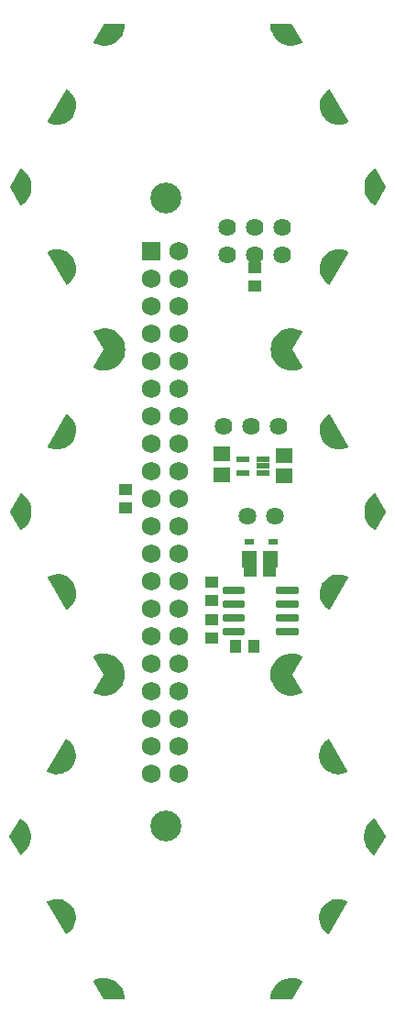
<source format=gbr>
G04 EAGLE Gerber RS-274X export*
G75*
%MOMM*%
%FSLAX34Y34*%
%LPD*%
%INSoldermask Bottom*%
%IPPOS*%
%AMOC8*
5,1,8,0,0,1.08239X$1,22.5*%
G01*
%ADD10C,2.851600*%
%ADD11R,1.751600X1.751600*%
%ADD12C,1.751600*%
%ADD13R,1.201600X1.101600*%
%ADD14C,0.248975*%
%ADD15R,1.101600X1.201600*%
%ADD16C,1.101600*%
%ADD17R,1.601600X1.401600*%
%ADD18R,1.301600X0.501600*%
%ADD19C,1.625600*%
%ADD20C,1.631600*%
%ADD21R,1.401600X1.601600*%
%ADD22R,0.901600X0.601600*%

G36*
X87369Y130967D02*
X87369Y130967D01*
X87416Y130965D01*
X90454Y131330D01*
X90486Y131341D01*
X90532Y131346D01*
X93472Y132194D01*
X93502Y132210D01*
X93548Y132222D01*
X96314Y133531D01*
X96336Y133548D01*
X96363Y133558D01*
X96415Y133607D01*
X96473Y133650D01*
X96487Y133675D01*
X96508Y133694D01*
X96537Y133760D01*
X96573Y133822D01*
X96576Y133850D01*
X96588Y133876D01*
X96589Y133948D01*
X96598Y134019D01*
X96590Y134046D01*
X96591Y134075D01*
X96555Y134170D01*
X96544Y134210D01*
X96537Y134219D01*
X96533Y134231D01*
X87176Y150482D01*
X96533Y166733D01*
X96542Y166760D01*
X96558Y166784D01*
X96573Y166854D01*
X96596Y166922D01*
X96593Y166950D01*
X96599Y166978D01*
X96586Y167049D01*
X96580Y167120D01*
X96567Y167145D01*
X96561Y167173D01*
X96521Y167233D01*
X96488Y167296D01*
X96466Y167314D01*
X96450Y167338D01*
X96367Y167396D01*
X96335Y167423D01*
X96324Y167426D01*
X96314Y167433D01*
X93548Y168742D01*
X93515Y168750D01*
X93472Y168770D01*
X90532Y169618D01*
X90498Y169621D01*
X90454Y169634D01*
X87416Y169999D01*
X87382Y169996D01*
X87335Y170002D01*
X84278Y169875D01*
X84245Y169867D01*
X84198Y169866D01*
X81201Y169250D01*
X81170Y169237D01*
X81124Y169228D01*
X78264Y168139D01*
X78236Y168121D01*
X78192Y168105D01*
X75544Y166571D01*
X75518Y166549D01*
X75478Y166526D01*
X73110Y164588D01*
X73088Y164561D01*
X73052Y164532D01*
X71025Y162239D01*
X71009Y162210D01*
X70977Y162175D01*
X69345Y159587D01*
X69333Y159555D01*
X69308Y159516D01*
X68112Y156699D01*
X68105Y156666D01*
X68102Y156659D01*
X68098Y156653D01*
X68097Y156647D01*
X68086Y156623D01*
X67358Y153651D01*
X67356Y153617D01*
X67345Y153572D01*
X67102Y150522D01*
X67106Y150493D01*
X67101Y150465D01*
X67103Y150455D01*
X67102Y150442D01*
X67345Y147392D01*
X67354Y147360D01*
X67358Y147313D01*
X68086Y144341D01*
X68101Y144310D01*
X68112Y144265D01*
X69308Y141448D01*
X69327Y141420D01*
X69345Y141377D01*
X70977Y138789D01*
X71001Y138765D01*
X71025Y138725D01*
X73052Y136432D01*
X73079Y136412D01*
X73110Y136376D01*
X75478Y134438D01*
X75508Y134422D01*
X75544Y134393D01*
X78192Y132860D01*
X78224Y132849D01*
X78264Y132825D01*
X81124Y131737D01*
X81157Y131731D01*
X81201Y131714D01*
X84198Y131098D01*
X84232Y131098D01*
X84278Y131089D01*
X87335Y130962D01*
X87369Y130967D01*
G37*
G36*
X87115Y-169261D02*
X87115Y-169261D01*
X87162Y-169263D01*
X90200Y-168898D01*
X90232Y-168887D01*
X90278Y-168882D01*
X93218Y-168034D01*
X93248Y-168018D01*
X93294Y-168006D01*
X96060Y-166697D01*
X96082Y-166680D01*
X96109Y-166670D01*
X96161Y-166621D01*
X96219Y-166578D01*
X96233Y-166553D01*
X96254Y-166534D01*
X96283Y-166468D01*
X96319Y-166406D01*
X96322Y-166378D01*
X96334Y-166352D01*
X96335Y-166280D01*
X96344Y-166209D01*
X96336Y-166182D01*
X96337Y-166153D01*
X96301Y-166058D01*
X96290Y-166018D01*
X96283Y-166009D01*
X96279Y-165997D01*
X86922Y-149746D01*
X96279Y-133495D01*
X96288Y-133468D01*
X96304Y-133444D01*
X96319Y-133374D01*
X96342Y-133306D01*
X96339Y-133278D01*
X96345Y-133250D01*
X96332Y-133180D01*
X96326Y-133108D01*
X96313Y-133083D01*
X96307Y-133055D01*
X96267Y-132995D01*
X96234Y-132932D01*
X96212Y-132914D01*
X96196Y-132890D01*
X96113Y-132832D01*
X96081Y-132805D01*
X96070Y-132802D01*
X96060Y-132795D01*
X93294Y-131486D01*
X93261Y-131478D01*
X93218Y-131458D01*
X90278Y-130610D01*
X90244Y-130607D01*
X90200Y-130594D01*
X87162Y-130229D01*
X87128Y-130232D01*
X87081Y-130226D01*
X84024Y-130353D01*
X83991Y-130361D01*
X83944Y-130362D01*
X80947Y-130978D01*
X80916Y-130991D01*
X80870Y-131001D01*
X78010Y-132089D01*
X77982Y-132107D01*
X77938Y-132124D01*
X75290Y-133657D01*
X75264Y-133679D01*
X75224Y-133702D01*
X72856Y-135640D01*
X72834Y-135667D01*
X72798Y-135696D01*
X70771Y-137989D01*
X70755Y-138018D01*
X70723Y-138053D01*
X69091Y-140641D01*
X69079Y-140673D01*
X69054Y-140712D01*
X67858Y-143529D01*
X67851Y-143562D01*
X67848Y-143569D01*
X67844Y-143575D01*
X67843Y-143581D01*
X67832Y-143605D01*
X67104Y-146577D01*
X67102Y-146611D01*
X67091Y-146656D01*
X66848Y-149706D01*
X66852Y-149735D01*
X66847Y-149763D01*
X66849Y-149773D01*
X66848Y-149786D01*
X67091Y-152836D01*
X67100Y-152868D01*
X67104Y-152915D01*
X67832Y-155887D01*
X67847Y-155918D01*
X67858Y-155963D01*
X69054Y-158780D01*
X69073Y-158808D01*
X69091Y-158851D01*
X70723Y-161439D01*
X70747Y-161463D01*
X70771Y-161503D01*
X72798Y-163796D01*
X72825Y-163816D01*
X72856Y-163852D01*
X75224Y-165790D01*
X75254Y-165806D01*
X75290Y-165835D01*
X77938Y-167369D01*
X77970Y-167379D01*
X78010Y-167403D01*
X80870Y-168492D01*
X80903Y-168497D01*
X80947Y-168514D01*
X83944Y-169130D01*
X83978Y-169130D01*
X84024Y-169139D01*
X87081Y-169266D01*
X87115Y-169261D01*
G37*
G36*
X-84278Y131089D02*
X-84278Y131089D01*
X-84245Y131097D01*
X-84198Y131098D01*
X-81201Y131714D01*
X-81170Y131727D01*
X-81124Y131737D01*
X-78264Y132825D01*
X-78236Y132843D01*
X-78192Y132860D01*
X-75544Y134393D01*
X-75518Y134415D01*
X-75478Y134438D01*
X-73110Y136376D01*
X-73088Y136403D01*
X-73052Y136432D01*
X-71025Y138725D01*
X-71009Y138754D01*
X-70977Y138789D01*
X-69345Y141377D01*
X-69333Y141409D01*
X-69308Y141448D01*
X-68112Y144265D01*
X-68105Y144298D01*
X-68086Y144341D01*
X-67358Y147313D01*
X-67356Y147347D01*
X-67345Y147392D01*
X-67102Y150442D01*
X-67106Y150471D01*
X-67101Y150499D01*
X-67103Y150509D01*
X-67102Y150522D01*
X-67345Y153572D01*
X-67354Y153604D01*
X-67358Y153651D01*
X-68086Y156623D01*
X-68101Y156654D01*
X-68112Y156699D01*
X-69308Y159516D01*
X-69327Y159544D01*
X-69345Y159587D01*
X-70977Y162175D01*
X-71001Y162199D01*
X-71025Y162239D01*
X-73052Y164532D01*
X-73079Y164552D01*
X-73110Y164588D01*
X-75478Y166526D01*
X-75508Y166542D01*
X-75544Y166571D01*
X-78192Y168105D01*
X-78224Y168115D01*
X-78264Y168139D01*
X-81124Y169228D01*
X-81157Y169233D01*
X-81201Y169250D01*
X-84198Y169866D01*
X-84232Y169866D01*
X-84278Y169875D01*
X-87335Y170002D01*
X-87369Y169997D01*
X-87416Y169999D01*
X-90454Y169634D01*
X-90486Y169623D01*
X-90532Y169618D01*
X-93472Y168770D01*
X-93502Y168754D01*
X-93548Y168742D01*
X-96314Y167433D01*
X-96336Y167416D01*
X-96363Y167406D01*
X-96415Y167357D01*
X-96473Y167314D01*
X-96487Y167289D01*
X-96508Y167270D01*
X-96537Y167204D01*
X-96573Y167142D01*
X-96576Y167114D01*
X-96588Y167088D01*
X-96589Y167016D01*
X-96598Y166945D01*
X-96590Y166918D01*
X-96591Y166889D01*
X-96555Y166794D01*
X-96544Y166754D01*
X-96537Y166745D01*
X-96533Y166733D01*
X-87176Y150482D01*
X-96533Y134231D01*
X-96542Y134204D01*
X-96558Y134180D01*
X-96573Y134110D01*
X-96596Y134042D01*
X-96593Y134014D01*
X-96599Y133986D01*
X-96586Y133916D01*
X-96580Y133844D01*
X-96567Y133819D01*
X-96561Y133791D01*
X-96521Y133731D01*
X-96488Y133668D01*
X-96466Y133650D01*
X-96450Y133626D01*
X-96367Y133568D01*
X-96335Y133541D01*
X-96324Y133538D01*
X-96314Y133531D01*
X-93548Y132222D01*
X-93515Y132214D01*
X-93472Y132194D01*
X-90532Y131346D01*
X-90498Y131343D01*
X-90454Y131330D01*
X-87416Y130965D01*
X-87382Y130968D01*
X-87335Y130962D01*
X-84278Y131089D01*
G37*
G36*
X-84532Y-169139D02*
X-84532Y-169139D01*
X-84499Y-169131D01*
X-84452Y-169130D01*
X-81455Y-168514D01*
X-81424Y-168501D01*
X-81378Y-168492D01*
X-78518Y-167403D01*
X-78490Y-167385D01*
X-78446Y-167369D01*
X-75798Y-165835D01*
X-75772Y-165813D01*
X-75732Y-165790D01*
X-73364Y-163852D01*
X-73342Y-163825D01*
X-73306Y-163796D01*
X-71279Y-161503D01*
X-71263Y-161474D01*
X-71231Y-161439D01*
X-69599Y-158851D01*
X-69587Y-158819D01*
X-69562Y-158780D01*
X-68366Y-155963D01*
X-68359Y-155930D01*
X-68340Y-155887D01*
X-67612Y-152915D01*
X-67610Y-152881D01*
X-67599Y-152836D01*
X-67356Y-149786D01*
X-67360Y-149757D01*
X-67355Y-149729D01*
X-67357Y-149719D01*
X-67356Y-149706D01*
X-67599Y-146656D01*
X-67608Y-146624D01*
X-67612Y-146577D01*
X-68340Y-143605D01*
X-68355Y-143574D01*
X-68366Y-143529D01*
X-69562Y-140712D01*
X-69581Y-140684D01*
X-69599Y-140641D01*
X-71231Y-138053D01*
X-71255Y-138029D01*
X-71279Y-137989D01*
X-73306Y-135696D01*
X-73333Y-135676D01*
X-73364Y-135640D01*
X-75732Y-133702D01*
X-75762Y-133686D01*
X-75798Y-133657D01*
X-78446Y-132124D01*
X-78478Y-132113D01*
X-78518Y-132089D01*
X-81378Y-131001D01*
X-81411Y-130995D01*
X-81455Y-130978D01*
X-84452Y-130362D01*
X-84486Y-130362D01*
X-84532Y-130353D01*
X-87589Y-130226D01*
X-87623Y-130231D01*
X-87670Y-130229D01*
X-90708Y-130594D01*
X-90740Y-130605D01*
X-90786Y-130610D01*
X-93726Y-131458D01*
X-93756Y-131474D01*
X-93802Y-131486D01*
X-96568Y-132795D01*
X-96590Y-132812D01*
X-96617Y-132822D01*
X-96669Y-132871D01*
X-96727Y-132914D01*
X-96741Y-132939D01*
X-96762Y-132958D01*
X-96791Y-133024D01*
X-96827Y-133086D01*
X-96830Y-133114D01*
X-96842Y-133140D01*
X-96843Y-133212D01*
X-96852Y-133283D01*
X-96844Y-133310D01*
X-96845Y-133339D01*
X-96809Y-133434D01*
X-96798Y-133474D01*
X-96791Y-133483D01*
X-96787Y-133495D01*
X-87430Y-149746D01*
X-96787Y-165997D01*
X-96796Y-166024D01*
X-96812Y-166048D01*
X-96827Y-166118D01*
X-96850Y-166186D01*
X-96847Y-166214D01*
X-96853Y-166242D01*
X-96840Y-166313D01*
X-96834Y-166384D01*
X-96821Y-166409D01*
X-96815Y-166437D01*
X-96775Y-166497D01*
X-96742Y-166560D01*
X-96720Y-166578D01*
X-96704Y-166602D01*
X-96621Y-166660D01*
X-96589Y-166687D01*
X-96578Y-166690D01*
X-96568Y-166697D01*
X-93802Y-168006D01*
X-93769Y-168014D01*
X-93726Y-168034D01*
X-90786Y-168882D01*
X-90752Y-168885D01*
X-90708Y-168898D01*
X-87670Y-169263D01*
X-87636Y-169260D01*
X-87589Y-169266D01*
X-84532Y-169139D01*
G37*
G36*
X-121393Y210292D02*
X-121393Y210292D01*
X-121322Y210289D01*
X-121295Y210299D01*
X-121266Y210301D01*
X-121176Y210343D01*
X-121136Y210358D01*
X-121128Y210366D01*
X-121115Y210372D01*
X-118812Y211971D01*
X-118788Y211997D01*
X-118748Y212024D01*
X-116739Y213981D01*
X-116720Y214010D01*
X-116685Y214043D01*
X-115026Y216304D01*
X-115011Y216335D01*
X-114982Y216374D01*
X-113718Y218877D01*
X-113709Y218911D01*
X-113687Y218954D01*
X-112851Y221631D01*
X-112848Y221665D01*
X-112833Y221711D01*
X-112450Y224490D01*
X-112452Y224524D01*
X-112446Y224572D01*
X-112525Y227375D01*
X-112533Y227409D01*
X-112534Y227457D01*
X-113073Y230209D01*
X-113087Y230241D01*
X-113096Y230289D01*
X-114081Y232914D01*
X-114096Y232939D01*
X-114101Y232959D01*
X-114109Y232970D01*
X-114116Y232989D01*
X-115520Y235417D01*
X-115543Y235443D01*
X-115567Y235485D01*
X-117351Y237648D01*
X-117378Y237670D01*
X-117409Y237707D01*
X-119525Y239548D01*
X-119555Y239565D01*
X-119591Y239597D01*
X-121982Y241064D01*
X-122014Y241075D01*
X-122055Y241101D01*
X-124654Y242154D01*
X-124688Y242161D01*
X-124733Y242179D01*
X-127470Y242790D01*
X-127505Y242791D01*
X-127552Y242802D01*
X-130352Y242954D01*
X-130386Y242949D01*
X-130434Y242952D01*
X-133222Y242642D01*
X-133255Y242631D01*
X-133303Y242626D01*
X-136001Y241861D01*
X-136031Y241845D01*
X-136078Y241832D01*
X-138613Y240633D01*
X-138637Y240616D01*
X-138664Y240606D01*
X-138716Y240557D01*
X-138773Y240514D01*
X-138787Y240489D01*
X-138809Y240469D01*
X-138837Y240404D01*
X-138873Y240343D01*
X-138876Y240314D01*
X-138888Y240287D01*
X-138889Y240216D01*
X-138898Y240145D01*
X-138890Y240117D01*
X-138890Y240088D01*
X-138856Y239995D01*
X-138844Y239954D01*
X-138837Y239945D01*
X-138832Y239932D01*
X-121832Y210532D01*
X-121813Y210510D01*
X-121800Y210484D01*
X-121747Y210436D01*
X-121700Y210383D01*
X-121674Y210371D01*
X-121652Y210351D01*
X-121585Y210328D01*
X-121521Y210298D01*
X-121492Y210296D01*
X-121464Y210287D01*
X-121393Y210292D01*
G37*
G36*
X-121393Y-89682D02*
X-121393Y-89682D01*
X-121322Y-89685D01*
X-121295Y-89675D01*
X-121266Y-89673D01*
X-121176Y-89631D01*
X-121136Y-89616D01*
X-121128Y-89608D01*
X-121115Y-89602D01*
X-118812Y-88003D01*
X-118788Y-87978D01*
X-118748Y-87950D01*
X-116739Y-85993D01*
X-116720Y-85964D01*
X-116685Y-85931D01*
X-115026Y-83670D01*
X-115011Y-83639D01*
X-114982Y-83600D01*
X-113718Y-81097D01*
X-113709Y-81063D01*
X-113687Y-81020D01*
X-112851Y-78343D01*
X-112848Y-78309D01*
X-112833Y-78263D01*
X-112450Y-75484D01*
X-112452Y-75450D01*
X-112446Y-75402D01*
X-112525Y-72599D01*
X-112533Y-72565D01*
X-112534Y-72517D01*
X-113073Y-69765D01*
X-113087Y-69733D01*
X-113096Y-69685D01*
X-114081Y-67060D01*
X-114096Y-67035D01*
X-114101Y-67015D01*
X-114109Y-67005D01*
X-114116Y-66985D01*
X-115520Y-64557D01*
X-115543Y-64531D01*
X-115567Y-64490D01*
X-117351Y-62326D01*
X-117378Y-62304D01*
X-117409Y-62267D01*
X-119525Y-60426D01*
X-119555Y-60409D01*
X-119591Y-60378D01*
X-121982Y-58910D01*
X-122014Y-58899D01*
X-122055Y-58873D01*
X-124654Y-57820D01*
X-124688Y-57813D01*
X-124733Y-57795D01*
X-127470Y-57184D01*
X-127505Y-57183D01*
X-127552Y-57172D01*
X-130352Y-57020D01*
X-130386Y-57025D01*
X-130434Y-57022D01*
X-133222Y-57332D01*
X-133255Y-57343D01*
X-133303Y-57348D01*
X-136001Y-58113D01*
X-136031Y-58129D01*
X-136078Y-58142D01*
X-138613Y-59341D01*
X-138637Y-59358D01*
X-138664Y-59368D01*
X-138716Y-59417D01*
X-138773Y-59460D01*
X-138787Y-59485D01*
X-138809Y-59505D01*
X-138837Y-59570D01*
X-138873Y-59632D01*
X-138876Y-59660D01*
X-138888Y-59687D01*
X-138889Y-59758D01*
X-138898Y-59829D01*
X-138890Y-59857D01*
X-138890Y-59886D01*
X-138856Y-59979D01*
X-138844Y-60020D01*
X-138837Y-60029D01*
X-138832Y-60042D01*
X-121832Y-89442D01*
X-121813Y-89464D01*
X-121800Y-89490D01*
X-121747Y-89538D01*
X-121700Y-89591D01*
X-121674Y-89603D01*
X-121652Y-89623D01*
X-121585Y-89646D01*
X-121521Y-89676D01*
X-121492Y-89678D01*
X-121464Y-89687D01*
X-121393Y-89682D01*
G37*
G36*
X-121901Y-389656D02*
X-121901Y-389656D01*
X-121830Y-389659D01*
X-121803Y-389649D01*
X-121774Y-389647D01*
X-121684Y-389605D01*
X-121644Y-389590D01*
X-121636Y-389582D01*
X-121623Y-389576D01*
X-119320Y-387977D01*
X-119296Y-387952D01*
X-119256Y-387924D01*
X-117247Y-385967D01*
X-117228Y-385938D01*
X-117193Y-385905D01*
X-115534Y-383644D01*
X-115519Y-383613D01*
X-115490Y-383574D01*
X-114226Y-381071D01*
X-114217Y-381037D01*
X-114195Y-380994D01*
X-113359Y-378317D01*
X-113356Y-378283D01*
X-113341Y-378237D01*
X-112958Y-375458D01*
X-112960Y-375424D01*
X-112954Y-375376D01*
X-113033Y-372573D01*
X-113041Y-372539D01*
X-113042Y-372491D01*
X-113581Y-369739D01*
X-113595Y-369707D01*
X-113604Y-369659D01*
X-114589Y-367034D01*
X-114604Y-367009D01*
X-114609Y-366989D01*
X-114617Y-366979D01*
X-114624Y-366959D01*
X-116028Y-364531D01*
X-116051Y-364505D01*
X-116075Y-364464D01*
X-117859Y-362300D01*
X-117886Y-362278D01*
X-117917Y-362241D01*
X-120033Y-360400D01*
X-120063Y-360383D01*
X-120099Y-360352D01*
X-122490Y-358884D01*
X-122522Y-358873D01*
X-122563Y-358847D01*
X-125162Y-357794D01*
X-125196Y-357787D01*
X-125241Y-357769D01*
X-127978Y-357158D01*
X-128013Y-357157D01*
X-128060Y-357146D01*
X-130860Y-356994D01*
X-130894Y-356999D01*
X-130942Y-356996D01*
X-133730Y-357306D01*
X-133763Y-357317D01*
X-133811Y-357322D01*
X-136509Y-358087D01*
X-136539Y-358103D01*
X-136586Y-358116D01*
X-139121Y-359315D01*
X-139145Y-359332D01*
X-139172Y-359342D01*
X-139224Y-359391D01*
X-139281Y-359434D01*
X-139295Y-359459D01*
X-139317Y-359479D01*
X-139345Y-359544D01*
X-139381Y-359606D01*
X-139384Y-359634D01*
X-139396Y-359661D01*
X-139397Y-359732D01*
X-139406Y-359803D01*
X-139398Y-359831D01*
X-139398Y-359860D01*
X-139364Y-359953D01*
X-139352Y-359994D01*
X-139345Y-360003D01*
X-139340Y-360016D01*
X-122340Y-389416D01*
X-122321Y-389438D01*
X-122308Y-389464D01*
X-122255Y-389512D01*
X-122208Y-389565D01*
X-122182Y-389577D01*
X-122160Y-389597D01*
X-122093Y-389620D01*
X-122029Y-389650D01*
X-122000Y-389652D01*
X-121972Y-389661D01*
X-121901Y-389656D01*
G37*
G36*
X130386Y358015D02*
X130386Y358015D01*
X130434Y358012D01*
X133222Y358322D01*
X133255Y358333D01*
X133303Y358338D01*
X136001Y359103D01*
X136031Y359119D01*
X136078Y359132D01*
X138613Y360331D01*
X138637Y360348D01*
X138664Y360358D01*
X138716Y360407D01*
X138773Y360450D01*
X138787Y360475D01*
X138809Y360495D01*
X138837Y360560D01*
X138873Y360622D01*
X138876Y360650D01*
X138888Y360677D01*
X138889Y360748D01*
X138898Y360819D01*
X138890Y360847D01*
X138890Y360876D01*
X138856Y360969D01*
X138844Y361010D01*
X138837Y361019D01*
X138832Y361032D01*
X121832Y390432D01*
X121813Y390454D01*
X121800Y390480D01*
X121747Y390528D01*
X121700Y390581D01*
X121674Y390593D01*
X121652Y390613D01*
X121585Y390636D01*
X121521Y390666D01*
X121492Y390668D01*
X121464Y390677D01*
X121393Y390672D01*
X121322Y390675D01*
X121295Y390665D01*
X121266Y390663D01*
X121176Y390621D01*
X121136Y390606D01*
X121128Y390598D01*
X121115Y390592D01*
X118812Y388993D01*
X118788Y388968D01*
X118748Y388940D01*
X116739Y386983D01*
X116720Y386954D01*
X116685Y386921D01*
X115026Y384660D01*
X115011Y384629D01*
X114982Y384590D01*
X113718Y382087D01*
X113709Y382053D01*
X113687Y382010D01*
X112851Y379333D01*
X112848Y379299D01*
X112833Y379253D01*
X112450Y376474D01*
X112452Y376440D01*
X112446Y376392D01*
X112525Y373589D01*
X112533Y373555D01*
X112534Y373507D01*
X113073Y370755D01*
X113087Y370723D01*
X113096Y370675D01*
X114081Y368050D01*
X114099Y368020D01*
X114116Y367975D01*
X115520Y365547D01*
X115543Y365521D01*
X115567Y365480D01*
X117351Y363316D01*
X117378Y363294D01*
X117409Y363257D01*
X119525Y361416D01*
X119555Y361399D01*
X119591Y361368D01*
X121982Y359900D01*
X122014Y359889D01*
X122055Y359863D01*
X124654Y358810D01*
X124688Y358803D01*
X124733Y358785D01*
X127470Y358174D01*
X127505Y358173D01*
X127552Y358162D01*
X130352Y358010D01*
X130386Y358015D01*
G37*
G36*
X130386Y58015D02*
X130386Y58015D01*
X130434Y58012D01*
X133222Y58322D01*
X133255Y58333D01*
X133303Y58338D01*
X136001Y59103D01*
X136031Y59119D01*
X136078Y59132D01*
X138613Y60331D01*
X138637Y60348D01*
X138664Y60358D01*
X138716Y60407D01*
X138773Y60450D01*
X138787Y60475D01*
X138809Y60495D01*
X138837Y60560D01*
X138873Y60622D01*
X138876Y60650D01*
X138888Y60677D01*
X138889Y60748D01*
X138898Y60819D01*
X138890Y60847D01*
X138890Y60876D01*
X138856Y60969D01*
X138844Y61010D01*
X138837Y61019D01*
X138832Y61032D01*
X121832Y90432D01*
X121813Y90454D01*
X121800Y90480D01*
X121747Y90528D01*
X121700Y90581D01*
X121674Y90593D01*
X121652Y90613D01*
X121585Y90636D01*
X121521Y90666D01*
X121492Y90668D01*
X121464Y90677D01*
X121393Y90672D01*
X121322Y90675D01*
X121295Y90665D01*
X121266Y90663D01*
X121176Y90621D01*
X121136Y90606D01*
X121128Y90598D01*
X121115Y90592D01*
X118812Y88993D01*
X118788Y88968D01*
X118748Y88940D01*
X116739Y86983D01*
X116720Y86954D01*
X116685Y86921D01*
X115026Y84660D01*
X115011Y84629D01*
X114982Y84590D01*
X113718Y82087D01*
X113709Y82053D01*
X113687Y82010D01*
X112851Y79333D01*
X112848Y79299D01*
X112833Y79253D01*
X112450Y76474D01*
X112452Y76440D01*
X112446Y76392D01*
X112525Y73589D01*
X112533Y73555D01*
X112534Y73507D01*
X113073Y70755D01*
X113087Y70723D01*
X113096Y70675D01*
X114081Y68050D01*
X114099Y68020D01*
X114116Y67975D01*
X115520Y65547D01*
X115543Y65521D01*
X115567Y65480D01*
X117351Y63316D01*
X117378Y63294D01*
X117409Y63257D01*
X119525Y61416D01*
X119555Y61399D01*
X119591Y61368D01*
X121982Y59900D01*
X122014Y59889D01*
X122055Y59863D01*
X124654Y58810D01*
X124688Y58803D01*
X124733Y58785D01*
X127470Y58174D01*
X127505Y58173D01*
X127552Y58162D01*
X130352Y58010D01*
X130386Y58015D01*
G37*
G36*
X129878Y-241933D02*
X129878Y-241933D01*
X129926Y-241936D01*
X132714Y-241626D01*
X132747Y-241615D01*
X132795Y-241610D01*
X135493Y-240845D01*
X135523Y-240829D01*
X135570Y-240816D01*
X138105Y-239617D01*
X138129Y-239600D01*
X138156Y-239590D01*
X138208Y-239541D01*
X138265Y-239498D01*
X138279Y-239473D01*
X138301Y-239453D01*
X138329Y-239388D01*
X138365Y-239327D01*
X138368Y-239298D01*
X138380Y-239271D01*
X138381Y-239200D01*
X138390Y-239129D01*
X138382Y-239101D01*
X138382Y-239072D01*
X138348Y-238979D01*
X138336Y-238938D01*
X138329Y-238929D01*
X138324Y-238916D01*
X121324Y-209516D01*
X121305Y-209494D01*
X121292Y-209468D01*
X121239Y-209420D01*
X121192Y-209367D01*
X121166Y-209355D01*
X121144Y-209335D01*
X121077Y-209312D01*
X121013Y-209282D01*
X120984Y-209280D01*
X120956Y-209271D01*
X120885Y-209276D01*
X120814Y-209273D01*
X120787Y-209283D01*
X120758Y-209285D01*
X120668Y-209327D01*
X120628Y-209342D01*
X120620Y-209350D01*
X120607Y-209356D01*
X118304Y-210955D01*
X118280Y-210981D01*
X118240Y-211008D01*
X116231Y-212965D01*
X116212Y-212994D01*
X116177Y-213027D01*
X114518Y-215288D01*
X114503Y-215319D01*
X114474Y-215358D01*
X113210Y-217861D01*
X113201Y-217895D01*
X113179Y-217938D01*
X112343Y-220615D01*
X112340Y-220649D01*
X112325Y-220695D01*
X111942Y-223474D01*
X111944Y-223508D01*
X111938Y-223556D01*
X112017Y-226359D01*
X112025Y-226393D01*
X112026Y-226441D01*
X112565Y-229193D01*
X112579Y-229225D01*
X112588Y-229273D01*
X113573Y-231898D01*
X113591Y-231928D01*
X113608Y-231973D01*
X115012Y-234401D01*
X115035Y-234427D01*
X115059Y-234469D01*
X116843Y-236632D01*
X116870Y-236654D01*
X116901Y-236691D01*
X119017Y-238532D01*
X119047Y-238549D01*
X119083Y-238581D01*
X121474Y-240048D01*
X121506Y-240059D01*
X121547Y-240085D01*
X124146Y-241138D01*
X124180Y-241145D01*
X124225Y-241163D01*
X126962Y-241774D01*
X126997Y-241775D01*
X127044Y-241786D01*
X129844Y-241938D01*
X129878Y-241933D01*
G37*
G36*
X120918Y-389655D02*
X120918Y-389655D01*
X120989Y-389656D01*
X121016Y-389645D01*
X121045Y-389641D01*
X121107Y-389607D01*
X121172Y-389579D01*
X121193Y-389558D01*
X121218Y-389544D01*
X121281Y-389468D01*
X121311Y-389437D01*
X121315Y-389427D01*
X121324Y-389416D01*
X138324Y-360016D01*
X138333Y-359988D01*
X138350Y-359964D01*
X138365Y-359895D01*
X138387Y-359827D01*
X138385Y-359798D01*
X138391Y-359770D01*
X138378Y-359700D01*
X138372Y-359629D01*
X138359Y-359603D01*
X138353Y-359575D01*
X138313Y-359516D01*
X138281Y-359453D01*
X138258Y-359434D01*
X138242Y-359410D01*
X138160Y-359353D01*
X138127Y-359326D01*
X138117Y-359323D01*
X138105Y-359315D01*
X135570Y-358116D01*
X135536Y-358108D01*
X135493Y-358087D01*
X132795Y-357322D01*
X132760Y-357320D01*
X132714Y-357306D01*
X129926Y-356996D01*
X129892Y-356999D01*
X129844Y-356994D01*
X127044Y-357146D01*
X127010Y-357155D01*
X126962Y-357158D01*
X124225Y-357769D01*
X124193Y-357783D01*
X124146Y-357794D01*
X121547Y-358847D01*
X121518Y-358866D01*
X121474Y-358884D01*
X119083Y-360352D01*
X119058Y-360375D01*
X119017Y-360400D01*
X116901Y-362241D01*
X116880Y-362268D01*
X116843Y-362300D01*
X115059Y-364464D01*
X115043Y-364494D01*
X115012Y-364531D01*
X113608Y-366959D01*
X113597Y-366992D01*
X113590Y-367004D01*
X113580Y-367019D01*
X113580Y-367022D01*
X113573Y-367034D01*
X112588Y-369659D01*
X112582Y-369694D01*
X112565Y-369739D01*
X112026Y-372491D01*
X112026Y-372526D01*
X112017Y-372573D01*
X111938Y-375376D01*
X111944Y-375410D01*
X111942Y-375458D01*
X112325Y-378237D01*
X112337Y-378269D01*
X112343Y-378317D01*
X113179Y-380994D01*
X113196Y-381025D01*
X113210Y-381071D01*
X114474Y-383574D01*
X114496Y-383601D01*
X114518Y-383644D01*
X116177Y-385905D01*
X116203Y-385928D01*
X116231Y-385967D01*
X118240Y-387924D01*
X118269Y-387943D01*
X118304Y-387977D01*
X120607Y-389576D01*
X120634Y-389588D01*
X120657Y-389606D01*
X120725Y-389627D01*
X120790Y-389655D01*
X120819Y-389655D01*
X120847Y-389663D01*
X120918Y-389655D01*
G37*
G36*
X121426Y210293D02*
X121426Y210293D01*
X121497Y210292D01*
X121524Y210303D01*
X121553Y210307D01*
X121615Y210341D01*
X121680Y210369D01*
X121701Y210390D01*
X121726Y210404D01*
X121789Y210480D01*
X121819Y210511D01*
X121823Y210521D01*
X121832Y210532D01*
X138832Y239932D01*
X138841Y239960D01*
X138858Y239984D01*
X138873Y240053D01*
X138895Y240121D01*
X138893Y240150D01*
X138899Y240178D01*
X138886Y240248D01*
X138880Y240319D01*
X138867Y240345D01*
X138861Y240373D01*
X138821Y240432D01*
X138789Y240495D01*
X138766Y240514D01*
X138750Y240538D01*
X138668Y240595D01*
X138635Y240622D01*
X138625Y240625D01*
X138613Y240633D01*
X136078Y241832D01*
X136044Y241840D01*
X136001Y241861D01*
X133303Y242626D01*
X133268Y242628D01*
X133222Y242642D01*
X130434Y242952D01*
X130400Y242949D01*
X130352Y242954D01*
X127552Y242802D01*
X127518Y242793D01*
X127470Y242790D01*
X124733Y242179D01*
X124701Y242165D01*
X124654Y242154D01*
X122055Y241101D01*
X122026Y241082D01*
X121982Y241064D01*
X119591Y239597D01*
X119566Y239573D01*
X119525Y239548D01*
X117409Y237707D01*
X117388Y237680D01*
X117351Y237648D01*
X115567Y235485D01*
X115551Y235454D01*
X115520Y235417D01*
X114116Y232989D01*
X114105Y232956D01*
X114098Y232943D01*
X114088Y232929D01*
X114088Y232926D01*
X114081Y232914D01*
X113096Y230289D01*
X113090Y230254D01*
X113073Y230209D01*
X112534Y227457D01*
X112534Y227423D01*
X112525Y227375D01*
X112446Y224572D01*
X112452Y224538D01*
X112450Y224490D01*
X112833Y221711D01*
X112845Y221679D01*
X112851Y221631D01*
X113687Y218954D01*
X113704Y218923D01*
X113718Y218877D01*
X114982Y216374D01*
X115004Y216347D01*
X115026Y216304D01*
X116685Y214043D01*
X116711Y214020D01*
X116739Y213981D01*
X118748Y212024D01*
X118777Y212005D01*
X118812Y211971D01*
X121115Y210372D01*
X121142Y210360D01*
X121165Y210342D01*
X121233Y210321D01*
X121298Y210293D01*
X121327Y210293D01*
X121355Y210285D01*
X121426Y210293D01*
G37*
G36*
X121426Y-89935D02*
X121426Y-89935D01*
X121497Y-89936D01*
X121524Y-89925D01*
X121553Y-89921D01*
X121615Y-89887D01*
X121680Y-89859D01*
X121701Y-89838D01*
X121726Y-89824D01*
X121789Y-89748D01*
X121819Y-89717D01*
X121823Y-89707D01*
X121832Y-89696D01*
X138832Y-60296D01*
X138841Y-60268D01*
X138858Y-60244D01*
X138873Y-60175D01*
X138895Y-60107D01*
X138893Y-60078D01*
X138899Y-60050D01*
X138886Y-59980D01*
X138880Y-59909D01*
X138867Y-59883D01*
X138861Y-59855D01*
X138821Y-59796D01*
X138789Y-59733D01*
X138766Y-59714D01*
X138750Y-59690D01*
X138668Y-59633D01*
X138635Y-59606D01*
X138625Y-59603D01*
X138613Y-59595D01*
X136078Y-58396D01*
X136044Y-58388D01*
X136001Y-58367D01*
X133303Y-57602D01*
X133268Y-57600D01*
X133222Y-57586D01*
X130434Y-57276D01*
X130400Y-57279D01*
X130352Y-57274D01*
X127552Y-57426D01*
X127518Y-57435D01*
X127470Y-57438D01*
X124733Y-58049D01*
X124701Y-58063D01*
X124654Y-58074D01*
X122055Y-59127D01*
X122026Y-59146D01*
X121982Y-59164D01*
X119591Y-60632D01*
X119566Y-60655D01*
X119525Y-60680D01*
X117409Y-62521D01*
X117388Y-62548D01*
X117351Y-62580D01*
X115567Y-64744D01*
X115551Y-64774D01*
X115520Y-64811D01*
X114116Y-67239D01*
X114105Y-67272D01*
X114098Y-67285D01*
X114088Y-67299D01*
X114088Y-67302D01*
X114081Y-67314D01*
X113096Y-69939D01*
X113090Y-69974D01*
X113073Y-70019D01*
X112534Y-72771D01*
X112534Y-72806D01*
X112525Y-72853D01*
X112446Y-75656D01*
X112452Y-75690D01*
X112450Y-75738D01*
X112833Y-78517D01*
X112845Y-78549D01*
X112851Y-78597D01*
X113687Y-81274D01*
X113704Y-81305D01*
X113718Y-81351D01*
X114982Y-83854D01*
X115004Y-83881D01*
X115026Y-83924D01*
X116685Y-86185D01*
X116711Y-86208D01*
X116739Y-86247D01*
X118748Y-88204D01*
X118777Y-88223D01*
X118812Y-88257D01*
X121115Y-89856D01*
X121142Y-89868D01*
X121165Y-89886D01*
X121233Y-89907D01*
X121298Y-89935D01*
X121327Y-89935D01*
X121355Y-89943D01*
X121426Y-89935D01*
G37*
G36*
X-127552Y358162D02*
X-127552Y358162D01*
X-127518Y358171D01*
X-127470Y358174D01*
X-124733Y358785D01*
X-124701Y358799D01*
X-124654Y358810D01*
X-122055Y359863D01*
X-122026Y359882D01*
X-121982Y359900D01*
X-119591Y361368D01*
X-119566Y361391D01*
X-119525Y361416D01*
X-117409Y363257D01*
X-117388Y363284D01*
X-117351Y363316D01*
X-115567Y365480D01*
X-115551Y365510D01*
X-115520Y365547D01*
X-114116Y367975D01*
X-114105Y368008D01*
X-114081Y368050D01*
X-113096Y370675D01*
X-113090Y370710D01*
X-113073Y370755D01*
X-112534Y373507D01*
X-112534Y373542D01*
X-112525Y373589D01*
X-112446Y376392D01*
X-112452Y376426D01*
X-112450Y376474D01*
X-112833Y379253D01*
X-112845Y379285D01*
X-112851Y379333D01*
X-113687Y382010D01*
X-113704Y382041D01*
X-113718Y382087D01*
X-114982Y384590D01*
X-115004Y384617D01*
X-115026Y384660D01*
X-116685Y386921D01*
X-116711Y386944D01*
X-116739Y386983D01*
X-118748Y388940D01*
X-118777Y388959D01*
X-118812Y388993D01*
X-121115Y390592D01*
X-121142Y390604D01*
X-121165Y390622D01*
X-121233Y390643D01*
X-121298Y390671D01*
X-121327Y390671D01*
X-121355Y390679D01*
X-121426Y390671D01*
X-121497Y390672D01*
X-121524Y390661D01*
X-121553Y390657D01*
X-121615Y390623D01*
X-121680Y390595D01*
X-121701Y390574D01*
X-121726Y390560D01*
X-121789Y390484D01*
X-121819Y390453D01*
X-121823Y390443D01*
X-121832Y390432D01*
X-138832Y361032D01*
X-138841Y361004D01*
X-138858Y360980D01*
X-138873Y360911D01*
X-138895Y360843D01*
X-138893Y360814D01*
X-138899Y360786D01*
X-138886Y360716D01*
X-138880Y360645D01*
X-138867Y360619D01*
X-138861Y360591D01*
X-138821Y360532D01*
X-138789Y360469D01*
X-138766Y360450D01*
X-138750Y360426D01*
X-138668Y360369D01*
X-138635Y360342D01*
X-138625Y360339D01*
X-138613Y360331D01*
X-136078Y359132D01*
X-136044Y359124D01*
X-136001Y359103D01*
X-133303Y358338D01*
X-133268Y358336D01*
X-133222Y358322D01*
X-130434Y358012D01*
X-130400Y358015D01*
X-130352Y358010D01*
X-127552Y358162D01*
G37*
G36*
X-127552Y58162D02*
X-127552Y58162D01*
X-127518Y58171D01*
X-127470Y58174D01*
X-124733Y58785D01*
X-124701Y58799D01*
X-124654Y58810D01*
X-122055Y59863D01*
X-122026Y59882D01*
X-121982Y59900D01*
X-119591Y61368D01*
X-119566Y61391D01*
X-119525Y61416D01*
X-117409Y63257D01*
X-117388Y63284D01*
X-117351Y63316D01*
X-115567Y65480D01*
X-115551Y65510D01*
X-115520Y65547D01*
X-114116Y67975D01*
X-114105Y68008D01*
X-114081Y68050D01*
X-113096Y70675D01*
X-113090Y70710D01*
X-113073Y70755D01*
X-112534Y73507D01*
X-112534Y73542D01*
X-112525Y73589D01*
X-112446Y76392D01*
X-112452Y76426D01*
X-112450Y76474D01*
X-112833Y79253D01*
X-112845Y79285D01*
X-112851Y79333D01*
X-113687Y82010D01*
X-113704Y82041D01*
X-113718Y82087D01*
X-114982Y84590D01*
X-115004Y84617D01*
X-115026Y84660D01*
X-116685Y86921D01*
X-116711Y86944D01*
X-116739Y86983D01*
X-118748Y88940D01*
X-118777Y88959D01*
X-118812Y88993D01*
X-121115Y90592D01*
X-121142Y90604D01*
X-121165Y90622D01*
X-121233Y90643D01*
X-121298Y90671D01*
X-121327Y90671D01*
X-121355Y90679D01*
X-121426Y90671D01*
X-121497Y90672D01*
X-121524Y90661D01*
X-121553Y90657D01*
X-121615Y90623D01*
X-121680Y90595D01*
X-121701Y90574D01*
X-121726Y90560D01*
X-121789Y90484D01*
X-121819Y90453D01*
X-121823Y90443D01*
X-121832Y90432D01*
X-138832Y61032D01*
X-138841Y61004D01*
X-138858Y60980D01*
X-138873Y60911D01*
X-138895Y60843D01*
X-138893Y60814D01*
X-138899Y60786D01*
X-138886Y60716D01*
X-138880Y60645D01*
X-138867Y60619D01*
X-138861Y60591D01*
X-138821Y60532D01*
X-138789Y60469D01*
X-138766Y60450D01*
X-138750Y60426D01*
X-138668Y60369D01*
X-138635Y60342D01*
X-138625Y60339D01*
X-138613Y60331D01*
X-136078Y59132D01*
X-136044Y59124D01*
X-136001Y59103D01*
X-133303Y58338D01*
X-133268Y58336D01*
X-133222Y58322D01*
X-130434Y58012D01*
X-130400Y58015D01*
X-130352Y58010D01*
X-127552Y58162D01*
G37*
G36*
X-128060Y-241786D02*
X-128060Y-241786D01*
X-128026Y-241777D01*
X-127978Y-241774D01*
X-125241Y-241163D01*
X-125209Y-241149D01*
X-125162Y-241138D01*
X-122563Y-240085D01*
X-122534Y-240066D01*
X-122490Y-240048D01*
X-120099Y-238581D01*
X-120074Y-238557D01*
X-120033Y-238532D01*
X-117917Y-236691D01*
X-117896Y-236664D01*
X-117859Y-236632D01*
X-116075Y-234469D01*
X-116059Y-234438D01*
X-116028Y-234401D01*
X-114624Y-231973D01*
X-114613Y-231940D01*
X-114589Y-231898D01*
X-113604Y-229273D01*
X-113598Y-229238D01*
X-113581Y-229193D01*
X-113042Y-226441D01*
X-113042Y-226407D01*
X-113033Y-226359D01*
X-112954Y-223556D01*
X-112960Y-223522D01*
X-112958Y-223474D01*
X-113341Y-220695D01*
X-113353Y-220663D01*
X-113359Y-220615D01*
X-114195Y-217938D01*
X-114212Y-217907D01*
X-114226Y-217861D01*
X-115490Y-215358D01*
X-115512Y-215331D01*
X-115534Y-215288D01*
X-117193Y-213027D01*
X-117219Y-213004D01*
X-117247Y-212965D01*
X-119256Y-211008D01*
X-119285Y-210989D01*
X-119320Y-210955D01*
X-121623Y-209356D01*
X-121650Y-209344D01*
X-121673Y-209326D01*
X-121741Y-209305D01*
X-121806Y-209277D01*
X-121835Y-209277D01*
X-121863Y-209269D01*
X-121934Y-209277D01*
X-122005Y-209276D01*
X-122032Y-209287D01*
X-122061Y-209291D01*
X-122123Y-209325D01*
X-122188Y-209353D01*
X-122209Y-209374D01*
X-122234Y-209388D01*
X-122297Y-209464D01*
X-122327Y-209495D01*
X-122331Y-209505D01*
X-122340Y-209516D01*
X-139340Y-238916D01*
X-139349Y-238944D01*
X-139366Y-238968D01*
X-139381Y-239037D01*
X-139403Y-239105D01*
X-139401Y-239134D01*
X-139407Y-239162D01*
X-139394Y-239232D01*
X-139388Y-239303D01*
X-139375Y-239329D01*
X-139369Y-239357D01*
X-139329Y-239416D01*
X-139297Y-239479D01*
X-139274Y-239498D01*
X-139258Y-239522D01*
X-139176Y-239579D01*
X-139143Y-239606D01*
X-139133Y-239609D01*
X-139121Y-239617D01*
X-136586Y-240816D01*
X-136552Y-240824D01*
X-136509Y-240845D01*
X-133811Y-241610D01*
X-133776Y-241612D01*
X-133730Y-241626D01*
X-130942Y-241936D01*
X-130908Y-241933D01*
X-130860Y-241938D01*
X-128060Y-241786D01*
G37*
G36*
X163219Y-316455D02*
X163219Y-316455D01*
X163290Y-316456D01*
X163317Y-316444D01*
X163346Y-316441D01*
X163408Y-316406D01*
X163473Y-316378D01*
X163494Y-316358D01*
X163519Y-316343D01*
X163582Y-316266D01*
X163612Y-316236D01*
X163616Y-316226D01*
X163625Y-316215D01*
X173125Y-299715D01*
X173135Y-299683D01*
X173144Y-299670D01*
X173148Y-299646D01*
X173149Y-299642D01*
X173180Y-299572D01*
X173180Y-299548D01*
X173188Y-299526D01*
X173182Y-299450D01*
X173183Y-299373D01*
X173173Y-299349D01*
X173172Y-299328D01*
X173151Y-299289D01*
X173125Y-299217D01*
X163625Y-282717D01*
X163606Y-282695D01*
X163593Y-282669D01*
X163540Y-282621D01*
X163493Y-282568D01*
X163467Y-282555D01*
X163446Y-282536D01*
X163378Y-282513D01*
X163314Y-282482D01*
X163285Y-282481D01*
X163258Y-282471D01*
X163186Y-282476D01*
X163115Y-282473D01*
X163088Y-282483D01*
X163059Y-282485D01*
X162969Y-282527D01*
X162929Y-282542D01*
X162921Y-282549D01*
X162908Y-282555D01*
X160385Y-284297D01*
X160361Y-284321D01*
X160323Y-284348D01*
X158111Y-286472D01*
X158092Y-286500D01*
X158058Y-286532D01*
X156216Y-288983D01*
X156202Y-289014D01*
X156173Y-289051D01*
X154748Y-291766D01*
X154739Y-291797D01*
X154723Y-291822D01*
X154722Y-291831D01*
X154717Y-291840D01*
X153746Y-294748D01*
X153742Y-294782D01*
X153727Y-294826D01*
X153235Y-297853D01*
X153236Y-297887D01*
X153228Y-297933D01*
X153228Y-300999D01*
X153229Y-301003D01*
X153229Y-301005D01*
X153235Y-301032D01*
X153235Y-301079D01*
X153727Y-304106D01*
X153739Y-304137D01*
X153746Y-304184D01*
X154717Y-307092D01*
X154734Y-307122D01*
X154748Y-307166D01*
X156173Y-309881D01*
X156195Y-309907D01*
X156216Y-309949D01*
X158058Y-312400D01*
X158083Y-312423D01*
X158111Y-312460D01*
X160323Y-314584D01*
X160351Y-314602D01*
X160385Y-314635D01*
X162908Y-316377D01*
X162935Y-316388D01*
X162957Y-316407D01*
X163026Y-316427D01*
X163091Y-316455D01*
X163120Y-316455D01*
X163148Y-316463D01*
X163219Y-316455D01*
G37*
G36*
X163727Y283493D02*
X163727Y283493D01*
X163798Y283493D01*
X163825Y283504D01*
X163854Y283507D01*
X163916Y283542D01*
X163981Y283570D01*
X164002Y283590D01*
X164027Y283605D01*
X164090Y283682D01*
X164120Y283712D01*
X164124Y283722D01*
X164133Y283733D01*
X173633Y300233D01*
X173643Y300265D01*
X173652Y300278D01*
X173656Y300302D01*
X173657Y300306D01*
X173688Y300376D01*
X173688Y300400D01*
X173696Y300422D01*
X173690Y300498D01*
X173691Y300575D01*
X173681Y300599D01*
X173680Y300620D01*
X173659Y300659D01*
X173633Y300731D01*
X164133Y317231D01*
X164114Y317253D01*
X164101Y317279D01*
X164048Y317327D01*
X164001Y317380D01*
X163975Y317393D01*
X163954Y317412D01*
X163886Y317435D01*
X163822Y317466D01*
X163793Y317468D01*
X163766Y317477D01*
X163694Y317472D01*
X163623Y317475D01*
X163596Y317465D01*
X163567Y317463D01*
X163477Y317421D01*
X163437Y317406D01*
X163429Y317399D01*
X163416Y317393D01*
X160893Y315651D01*
X160869Y315627D01*
X160831Y315600D01*
X158619Y313476D01*
X158600Y313448D01*
X158566Y313416D01*
X156724Y310965D01*
X156710Y310934D01*
X156681Y310897D01*
X155256Y308182D01*
X155247Y308151D01*
X155231Y308126D01*
X155230Y308118D01*
X155225Y308108D01*
X154254Y305200D01*
X154250Y305166D01*
X154235Y305122D01*
X153743Y302095D01*
X153744Y302061D01*
X153736Y302015D01*
X153736Y298949D01*
X153737Y298945D01*
X153737Y298943D01*
X153743Y298916D01*
X153743Y298869D01*
X154235Y295842D01*
X154247Y295811D01*
X154254Y295764D01*
X155225Y292856D01*
X155242Y292827D01*
X155256Y292782D01*
X156681Y290067D01*
X156703Y290041D01*
X156724Y289999D01*
X158566Y287548D01*
X158591Y287525D01*
X158619Y287488D01*
X160831Y285364D01*
X160859Y285346D01*
X160893Y285313D01*
X163416Y283571D01*
X163443Y283560D01*
X163465Y283541D01*
X163534Y283521D01*
X163599Y283493D01*
X163628Y283493D01*
X163656Y283485D01*
X163727Y283493D01*
G37*
G36*
X163727Y-16507D02*
X163727Y-16507D01*
X163798Y-16508D01*
X163825Y-16496D01*
X163854Y-16493D01*
X163916Y-16458D01*
X163981Y-16430D01*
X164002Y-16410D01*
X164027Y-16395D01*
X164090Y-16318D01*
X164120Y-16288D01*
X164124Y-16278D01*
X164133Y-16267D01*
X173633Y233D01*
X173643Y265D01*
X173652Y278D01*
X173656Y302D01*
X173657Y306D01*
X173688Y376D01*
X173688Y400D01*
X173696Y422D01*
X173690Y498D01*
X173691Y575D01*
X173681Y599D01*
X173680Y620D01*
X173659Y659D01*
X173633Y731D01*
X164133Y17231D01*
X164114Y17253D01*
X164101Y17279D01*
X164048Y17327D01*
X164001Y17380D01*
X163975Y17393D01*
X163954Y17412D01*
X163886Y17435D01*
X163822Y17466D01*
X163793Y17468D01*
X163766Y17477D01*
X163694Y17472D01*
X163623Y17475D01*
X163596Y17465D01*
X163567Y17463D01*
X163477Y17421D01*
X163437Y17406D01*
X163429Y17399D01*
X163416Y17393D01*
X160893Y15651D01*
X160869Y15627D01*
X160831Y15600D01*
X158619Y13476D01*
X158600Y13448D01*
X158566Y13416D01*
X156724Y10965D01*
X156710Y10934D01*
X156681Y10897D01*
X155256Y8182D01*
X155247Y8151D01*
X155231Y8126D01*
X155230Y8118D01*
X155225Y8108D01*
X154254Y5200D01*
X154250Y5166D01*
X154235Y5122D01*
X153743Y2095D01*
X153744Y2061D01*
X153736Y2015D01*
X153736Y-1051D01*
X153737Y-1055D01*
X153737Y-1057D01*
X153743Y-1084D01*
X153743Y-1131D01*
X154235Y-4158D01*
X154247Y-4189D01*
X154254Y-4236D01*
X155225Y-7144D01*
X155242Y-7174D01*
X155256Y-7218D01*
X156681Y-9933D01*
X156703Y-9959D01*
X156724Y-10001D01*
X158566Y-12452D01*
X158591Y-12475D01*
X158619Y-12512D01*
X160831Y-14636D01*
X160859Y-14654D01*
X160893Y-14687D01*
X163416Y-16429D01*
X163443Y-16440D01*
X163465Y-16459D01*
X163534Y-16479D01*
X163599Y-16507D01*
X163628Y-16507D01*
X163656Y-16515D01*
X163727Y-16507D01*
G37*
G36*
X-164202Y-316456D02*
X-164202Y-316456D01*
X-164131Y-316459D01*
X-164104Y-316449D01*
X-164075Y-316447D01*
X-163985Y-316405D01*
X-163945Y-316390D01*
X-163937Y-316383D01*
X-163924Y-316377D01*
X-161401Y-314635D01*
X-161377Y-314611D01*
X-161339Y-314584D01*
X-159127Y-312460D01*
X-159108Y-312432D01*
X-159074Y-312400D01*
X-157232Y-309949D01*
X-157218Y-309918D01*
X-157189Y-309881D01*
X-155764Y-307166D01*
X-155755Y-307133D01*
X-155733Y-307092D01*
X-154762Y-304184D01*
X-154758Y-304150D01*
X-154743Y-304106D01*
X-154251Y-301079D01*
X-154252Y-301045D01*
X-154244Y-300999D01*
X-154244Y-297933D01*
X-154251Y-297900D01*
X-154251Y-297853D01*
X-154743Y-294826D01*
X-154755Y-294795D01*
X-154762Y-294748D01*
X-155733Y-291840D01*
X-155746Y-291817D01*
X-155752Y-291792D01*
X-155759Y-291783D01*
X-155764Y-291766D01*
X-157189Y-289051D01*
X-157211Y-289025D01*
X-157232Y-288983D01*
X-159074Y-286532D01*
X-159099Y-286509D01*
X-159127Y-286472D01*
X-161339Y-284348D01*
X-161367Y-284330D01*
X-161401Y-284297D01*
X-163924Y-282555D01*
X-163951Y-282544D01*
X-163973Y-282525D01*
X-164042Y-282505D01*
X-164107Y-282477D01*
X-164136Y-282477D01*
X-164164Y-282469D01*
X-164235Y-282477D01*
X-164306Y-282477D01*
X-164333Y-282488D01*
X-164362Y-282491D01*
X-164424Y-282526D01*
X-164489Y-282554D01*
X-164510Y-282574D01*
X-164535Y-282589D01*
X-164598Y-282666D01*
X-164628Y-282696D01*
X-164632Y-282706D01*
X-164641Y-282717D01*
X-174141Y-299217D01*
X-174165Y-299290D01*
X-174196Y-299360D01*
X-174196Y-299384D01*
X-174204Y-299406D01*
X-174198Y-299482D01*
X-174199Y-299559D01*
X-174189Y-299583D01*
X-174188Y-299604D01*
X-174167Y-299643D01*
X-174148Y-299695D01*
X-174147Y-299701D01*
X-174145Y-299703D01*
X-174141Y-299715D01*
X-164641Y-316215D01*
X-164622Y-316237D01*
X-164609Y-316263D01*
X-164556Y-316311D01*
X-164509Y-316364D01*
X-164483Y-316377D01*
X-164462Y-316396D01*
X-164394Y-316419D01*
X-164330Y-316450D01*
X-164301Y-316452D01*
X-164274Y-316461D01*
X-164202Y-316456D01*
G37*
G36*
X-163694Y283492D02*
X-163694Y283492D01*
X-163623Y283489D01*
X-163596Y283499D01*
X-163567Y283501D01*
X-163477Y283543D01*
X-163437Y283558D01*
X-163429Y283565D01*
X-163416Y283571D01*
X-160893Y285313D01*
X-160869Y285337D01*
X-160831Y285364D01*
X-158619Y287488D01*
X-158600Y287516D01*
X-158566Y287548D01*
X-156724Y289999D01*
X-156710Y290030D01*
X-156681Y290067D01*
X-155256Y292782D01*
X-155247Y292815D01*
X-155225Y292856D01*
X-154254Y295764D01*
X-154250Y295798D01*
X-154235Y295842D01*
X-153743Y298869D01*
X-153744Y298903D01*
X-153736Y298949D01*
X-153736Y302015D01*
X-153743Y302048D01*
X-153743Y302095D01*
X-154235Y305122D01*
X-154247Y305153D01*
X-154254Y305200D01*
X-155225Y308108D01*
X-155238Y308131D01*
X-155244Y308156D01*
X-155251Y308165D01*
X-155256Y308182D01*
X-156681Y310897D01*
X-156703Y310923D01*
X-156724Y310965D01*
X-158566Y313416D01*
X-158591Y313439D01*
X-158619Y313476D01*
X-160831Y315600D01*
X-160859Y315618D01*
X-160893Y315651D01*
X-163416Y317393D01*
X-163443Y317404D01*
X-163465Y317423D01*
X-163534Y317443D01*
X-163599Y317471D01*
X-163628Y317471D01*
X-163656Y317479D01*
X-163727Y317471D01*
X-163798Y317472D01*
X-163825Y317460D01*
X-163854Y317457D01*
X-163916Y317422D01*
X-163981Y317394D01*
X-164002Y317374D01*
X-164027Y317359D01*
X-164090Y317282D01*
X-164120Y317252D01*
X-164124Y317242D01*
X-164133Y317231D01*
X-173633Y300731D01*
X-173657Y300658D01*
X-173688Y300588D01*
X-173688Y300564D01*
X-173696Y300542D01*
X-173690Y300466D01*
X-173691Y300389D01*
X-173681Y300365D01*
X-173680Y300344D01*
X-173659Y300305D01*
X-173640Y300253D01*
X-173639Y300247D01*
X-173637Y300245D01*
X-173633Y300233D01*
X-164133Y283733D01*
X-164114Y283711D01*
X-164101Y283685D01*
X-164048Y283637D01*
X-164001Y283584D01*
X-163975Y283571D01*
X-163954Y283552D01*
X-163886Y283529D01*
X-163822Y283498D01*
X-163793Y283497D01*
X-163766Y283487D01*
X-163694Y283492D01*
G37*
G36*
X-163694Y-16508D02*
X-163694Y-16508D01*
X-163623Y-16511D01*
X-163596Y-16501D01*
X-163567Y-16499D01*
X-163477Y-16457D01*
X-163437Y-16442D01*
X-163429Y-16435D01*
X-163416Y-16429D01*
X-160893Y-14687D01*
X-160869Y-14663D01*
X-160831Y-14636D01*
X-158619Y-12512D01*
X-158600Y-12484D01*
X-158566Y-12452D01*
X-156724Y-10001D01*
X-156710Y-9970D01*
X-156681Y-9933D01*
X-155256Y-7218D01*
X-155247Y-7185D01*
X-155225Y-7144D01*
X-154254Y-4236D01*
X-154250Y-4202D01*
X-154235Y-4158D01*
X-153743Y-1131D01*
X-153744Y-1097D01*
X-153736Y-1051D01*
X-153736Y2015D01*
X-153743Y2048D01*
X-153743Y2095D01*
X-154235Y5122D01*
X-154247Y5153D01*
X-154254Y5200D01*
X-155225Y8108D01*
X-155238Y8131D01*
X-155244Y8156D01*
X-155251Y8165D01*
X-155256Y8182D01*
X-156681Y10897D01*
X-156703Y10923D01*
X-156724Y10965D01*
X-158566Y13416D01*
X-158591Y13439D01*
X-158619Y13476D01*
X-160831Y15600D01*
X-160859Y15618D01*
X-160893Y15651D01*
X-163416Y17393D01*
X-163443Y17404D01*
X-163465Y17423D01*
X-163534Y17443D01*
X-163599Y17471D01*
X-163628Y17471D01*
X-163656Y17479D01*
X-163727Y17471D01*
X-163798Y17472D01*
X-163825Y17460D01*
X-163854Y17457D01*
X-163916Y17422D01*
X-163981Y17394D01*
X-164002Y17374D01*
X-164027Y17359D01*
X-164090Y17282D01*
X-164120Y17252D01*
X-164124Y17242D01*
X-164133Y17231D01*
X-173633Y731D01*
X-173657Y658D01*
X-173688Y588D01*
X-173688Y564D01*
X-173696Y542D01*
X-173690Y466D01*
X-173691Y389D01*
X-173681Y365D01*
X-173680Y344D01*
X-173659Y305D01*
X-173640Y253D01*
X-173639Y247D01*
X-173637Y245D01*
X-173633Y233D01*
X-164133Y-16267D01*
X-164114Y-16289D01*
X-164101Y-16315D01*
X-164048Y-16363D01*
X-164001Y-16416D01*
X-163975Y-16429D01*
X-163954Y-16448D01*
X-163886Y-16471D01*
X-163822Y-16502D01*
X-163793Y-16504D01*
X-163766Y-16513D01*
X-163694Y-16508D01*
G37*
G36*
X86422Y-449976D02*
X86422Y-449976D01*
X86500Y-449967D01*
X86519Y-449956D01*
X86541Y-449952D01*
X86605Y-449908D01*
X86673Y-449869D01*
X86689Y-449850D01*
X86705Y-449839D01*
X86729Y-449801D01*
X86779Y-449741D01*
X96279Y-433241D01*
X96288Y-433214D01*
X96304Y-433190D01*
X96319Y-433120D01*
X96342Y-433052D01*
X96339Y-433024D01*
X96345Y-432996D01*
X96332Y-432926D01*
X96326Y-432854D01*
X96313Y-432829D01*
X96307Y-432801D01*
X96267Y-432741D01*
X96234Y-432678D01*
X96212Y-432660D01*
X96196Y-432636D01*
X96113Y-432578D01*
X96081Y-432551D01*
X96070Y-432548D01*
X96060Y-432541D01*
X93294Y-431232D01*
X93261Y-431224D01*
X93218Y-431204D01*
X90278Y-430356D01*
X90244Y-430353D01*
X90200Y-430340D01*
X87162Y-429975D01*
X87128Y-429978D01*
X87081Y-429972D01*
X84024Y-430099D01*
X83991Y-430107D01*
X83944Y-430108D01*
X80947Y-430724D01*
X80916Y-430737D01*
X80870Y-430747D01*
X78010Y-431835D01*
X77982Y-431853D01*
X77938Y-431870D01*
X75290Y-433403D01*
X75264Y-433425D01*
X75224Y-433448D01*
X72856Y-435386D01*
X72834Y-435413D01*
X72798Y-435442D01*
X70771Y-437735D01*
X70755Y-437764D01*
X70723Y-437799D01*
X69091Y-440387D01*
X69079Y-440419D01*
X69054Y-440458D01*
X67858Y-443275D01*
X67851Y-443308D01*
X67848Y-443315D01*
X67844Y-443321D01*
X67843Y-443327D01*
X67832Y-443351D01*
X67104Y-446323D01*
X67102Y-446357D01*
X67091Y-446402D01*
X66848Y-449452D01*
X66852Y-449481D01*
X66847Y-449509D01*
X66864Y-449578D01*
X66872Y-449650D01*
X66887Y-449674D01*
X66893Y-449702D01*
X66936Y-449760D01*
X66972Y-449822D01*
X66994Y-449839D01*
X67011Y-449862D01*
X67073Y-449899D01*
X67130Y-449942D01*
X67158Y-449949D01*
X67182Y-449964D01*
X67282Y-449980D01*
X67323Y-449991D01*
X67333Y-449989D01*
X67346Y-449991D01*
X86346Y-449991D01*
X86422Y-449976D01*
G37*
G36*
X87115Y430993D02*
X87115Y430993D01*
X87162Y430991D01*
X90200Y431356D01*
X90232Y431367D01*
X90278Y431372D01*
X93218Y432220D01*
X93248Y432236D01*
X93294Y432248D01*
X96060Y433557D01*
X96082Y433574D01*
X96109Y433584D01*
X96161Y433633D01*
X96219Y433676D01*
X96233Y433701D01*
X96254Y433720D01*
X96283Y433786D01*
X96319Y433848D01*
X96322Y433876D01*
X96334Y433902D01*
X96335Y433974D01*
X96344Y434045D01*
X96336Y434072D01*
X96337Y434101D01*
X96301Y434196D01*
X96290Y434236D01*
X96283Y434245D01*
X96279Y434257D01*
X86779Y450757D01*
X86727Y450816D01*
X86681Y450878D01*
X86662Y450889D01*
X86647Y450906D01*
X86577Y450940D01*
X86510Y450980D01*
X86486Y450984D01*
X86468Y450992D01*
X86423Y450994D01*
X86346Y451007D01*
X67346Y451007D01*
X67318Y451002D01*
X67290Y451004D01*
X67222Y450982D01*
X67151Y450968D01*
X67128Y450952D01*
X67101Y450943D01*
X67046Y450896D01*
X66987Y450855D01*
X66972Y450831D01*
X66951Y450813D01*
X66919Y450748D01*
X66880Y450688D01*
X66875Y450660D01*
X66863Y450634D01*
X66854Y450533D01*
X66847Y450491D01*
X66849Y450481D01*
X66848Y450468D01*
X67091Y447418D01*
X67100Y447386D01*
X67104Y447339D01*
X67832Y444367D01*
X67847Y444336D01*
X67858Y444291D01*
X69054Y441474D01*
X69073Y441446D01*
X69091Y441403D01*
X70723Y438815D01*
X70747Y438791D01*
X70771Y438751D01*
X72798Y436458D01*
X72825Y436438D01*
X72856Y436402D01*
X75224Y434464D01*
X75254Y434448D01*
X75290Y434419D01*
X77938Y432886D01*
X77970Y432875D01*
X78010Y432851D01*
X80870Y431763D01*
X80903Y431757D01*
X80947Y431740D01*
X83944Y431124D01*
X83978Y431124D01*
X84024Y431115D01*
X87081Y430988D01*
X87115Y430993D01*
G37*
G36*
X-67826Y-449986D02*
X-67826Y-449986D01*
X-67798Y-449988D01*
X-67730Y-449966D01*
X-67659Y-449952D01*
X-67636Y-449936D01*
X-67609Y-449927D01*
X-67554Y-449880D01*
X-67495Y-449839D01*
X-67480Y-449815D01*
X-67459Y-449797D01*
X-67427Y-449732D01*
X-67388Y-449672D01*
X-67383Y-449644D01*
X-67371Y-449618D01*
X-67362Y-449517D01*
X-67355Y-449475D01*
X-67357Y-449465D01*
X-67356Y-449452D01*
X-67599Y-446402D01*
X-67608Y-446370D01*
X-67612Y-446323D01*
X-68340Y-443351D01*
X-68355Y-443320D01*
X-68366Y-443275D01*
X-69562Y-440458D01*
X-69581Y-440430D01*
X-69599Y-440387D01*
X-71231Y-437799D01*
X-71255Y-437775D01*
X-71279Y-437735D01*
X-73306Y-435442D01*
X-73333Y-435422D01*
X-73364Y-435386D01*
X-75732Y-433448D01*
X-75762Y-433432D01*
X-75798Y-433403D01*
X-78446Y-431870D01*
X-78478Y-431859D01*
X-78518Y-431835D01*
X-81378Y-430747D01*
X-81411Y-430741D01*
X-81455Y-430724D01*
X-84452Y-430108D01*
X-84486Y-430108D01*
X-84532Y-430099D01*
X-87589Y-429972D01*
X-87623Y-429977D01*
X-87670Y-429975D01*
X-90708Y-430340D01*
X-90740Y-430351D01*
X-90786Y-430356D01*
X-93726Y-431204D01*
X-93756Y-431220D01*
X-93802Y-431232D01*
X-96568Y-432541D01*
X-96590Y-432558D01*
X-96617Y-432568D01*
X-96669Y-432617D01*
X-96727Y-432660D01*
X-96741Y-432685D01*
X-96762Y-432704D01*
X-96791Y-432770D01*
X-96827Y-432832D01*
X-96830Y-432860D01*
X-96842Y-432886D01*
X-96843Y-432958D01*
X-96852Y-433029D01*
X-96844Y-433056D01*
X-96845Y-433085D01*
X-96809Y-433180D01*
X-96798Y-433220D01*
X-96791Y-433229D01*
X-96787Y-433241D01*
X-87287Y-449741D01*
X-87235Y-449800D01*
X-87189Y-449862D01*
X-87170Y-449873D01*
X-87155Y-449890D01*
X-87085Y-449924D01*
X-87018Y-449964D01*
X-86994Y-449968D01*
X-86976Y-449976D01*
X-86931Y-449978D01*
X-86854Y-449991D01*
X-67854Y-449991D01*
X-67826Y-449986D01*
G37*
G36*
X-84532Y431115D02*
X-84532Y431115D01*
X-84499Y431123D01*
X-84452Y431124D01*
X-81455Y431740D01*
X-81424Y431753D01*
X-81378Y431763D01*
X-78518Y432851D01*
X-78490Y432869D01*
X-78446Y432886D01*
X-75798Y434419D01*
X-75772Y434441D01*
X-75732Y434464D01*
X-73364Y436402D01*
X-73342Y436429D01*
X-73306Y436458D01*
X-71279Y438751D01*
X-71263Y438780D01*
X-71231Y438815D01*
X-69599Y441403D01*
X-69587Y441435D01*
X-69562Y441474D01*
X-68366Y444291D01*
X-68359Y444324D01*
X-68340Y444367D01*
X-67612Y447339D01*
X-67610Y447373D01*
X-67599Y447418D01*
X-67356Y450468D01*
X-67360Y450497D01*
X-67355Y450525D01*
X-67372Y450594D01*
X-67380Y450666D01*
X-67395Y450690D01*
X-67401Y450718D01*
X-67444Y450776D01*
X-67480Y450838D01*
X-67502Y450855D01*
X-67519Y450878D01*
X-67581Y450915D01*
X-67638Y450958D01*
X-67666Y450965D01*
X-67690Y450980D01*
X-67790Y450996D01*
X-67831Y451007D01*
X-67841Y451005D01*
X-67854Y451007D01*
X-86854Y451007D01*
X-86930Y450992D01*
X-87008Y450983D01*
X-87027Y450972D01*
X-87049Y450968D01*
X-87113Y450924D01*
X-87181Y450885D01*
X-87197Y450866D01*
X-87213Y450855D01*
X-87237Y450817D01*
X-87287Y450757D01*
X-96787Y434257D01*
X-96796Y434230D01*
X-96812Y434206D01*
X-96827Y434136D01*
X-96850Y434068D01*
X-96847Y434040D01*
X-96853Y434012D01*
X-96840Y433942D01*
X-96834Y433870D01*
X-96821Y433845D01*
X-96815Y433817D01*
X-96775Y433757D01*
X-96742Y433694D01*
X-96720Y433676D01*
X-96704Y433652D01*
X-96621Y433594D01*
X-96589Y433567D01*
X-96578Y433564D01*
X-96568Y433557D01*
X-93802Y432248D01*
X-93769Y432240D01*
X-93726Y432220D01*
X-90786Y431372D01*
X-90752Y431369D01*
X-90708Y431356D01*
X-87670Y430991D01*
X-87636Y430994D01*
X-87589Y430988D01*
X-84532Y431115D01*
G37*
D10*
X-30000Y-290000D03*
X-30000Y290000D03*
D11*
X-42800Y241300D03*
D12*
X-17400Y241300D03*
X-42800Y215900D03*
X-17400Y215900D03*
X-42800Y190500D03*
X-17400Y190500D03*
X-42800Y165100D03*
X-17400Y165100D03*
X-42800Y139700D03*
X-17400Y139700D03*
X-42800Y114300D03*
X-17400Y114300D03*
X-42800Y88900D03*
X-17400Y88900D03*
X-42800Y63500D03*
X-17400Y63500D03*
X-42800Y38100D03*
X-17400Y38100D03*
X-42800Y12700D03*
X-17400Y12700D03*
X-42800Y-12700D03*
X-17400Y-12700D03*
X-42800Y-38100D03*
X-17400Y-38100D03*
X-42800Y-63500D03*
X-17400Y-63500D03*
X-42800Y-88900D03*
X-17400Y-88900D03*
X-42800Y-114300D03*
X-17400Y-114300D03*
X-42800Y-139700D03*
X-17400Y-139700D03*
X-42800Y-165100D03*
X-17400Y-165100D03*
X-42800Y-190500D03*
X-17400Y-190500D03*
X-42800Y-215900D03*
X-17400Y-215900D03*
X-42800Y-241300D03*
X-17400Y-241300D03*
D13*
X52388Y208988D03*
X52388Y225988D03*
D14*
X72787Y-69225D02*
X91013Y-69225D01*
X91013Y-73651D01*
X72787Y-73651D01*
X72787Y-69225D01*
X72787Y-71286D02*
X91013Y-71286D01*
X91013Y-81925D02*
X72787Y-81925D01*
X91013Y-81925D02*
X91013Y-86351D01*
X72787Y-86351D01*
X72787Y-81925D01*
X72787Y-83986D02*
X91013Y-83986D01*
X91013Y-94625D02*
X72787Y-94625D01*
X91013Y-94625D02*
X91013Y-99051D01*
X72787Y-99051D01*
X72787Y-94625D01*
X72787Y-96686D02*
X91013Y-96686D01*
X91013Y-107325D02*
X72787Y-107325D01*
X91013Y-107325D02*
X91013Y-111751D01*
X72787Y-111751D01*
X72787Y-107325D01*
X72787Y-109386D02*
X91013Y-109386D01*
X41513Y-107325D02*
X23287Y-107325D01*
X41513Y-107325D02*
X41513Y-111751D01*
X23287Y-111751D01*
X23287Y-107325D01*
X23287Y-109386D02*
X41513Y-109386D01*
X41513Y-94625D02*
X23287Y-94625D01*
X41513Y-94625D02*
X41513Y-99051D01*
X23287Y-99051D01*
X23287Y-94625D01*
X23287Y-96686D02*
X41513Y-96686D01*
X41513Y-81925D02*
X23287Y-81925D01*
X41513Y-81925D02*
X41513Y-86351D01*
X23287Y-86351D01*
X23287Y-81925D01*
X23287Y-83986D02*
X41513Y-83986D01*
X41513Y-69225D02*
X23287Y-69225D01*
X41513Y-69225D02*
X41513Y-73651D01*
X23287Y-73651D01*
X23287Y-69225D01*
X23287Y-71286D02*
X41513Y-71286D01*
D13*
X48650Y-53975D03*
X65650Y-53975D03*
X12700Y-99450D03*
X12700Y-116450D03*
D15*
X34363Y-123825D03*
X51363Y-123825D03*
D13*
X12700Y-81525D03*
X12700Y-64525D03*
D16*
X165200Y300482D03*
X77520Y149762D03*
X-77520Y149762D03*
X-165200Y300482D03*
X123900Y371982D03*
X123900Y228982D03*
X-123900Y228982D03*
X-123900Y371982D03*
X165200Y482D03*
X-165200Y482D03*
X123900Y71982D03*
X-123900Y71982D03*
X77266Y-150466D03*
X-77774Y-150466D03*
X-82854Y443608D03*
X82346Y443608D03*
X-165708Y-299466D03*
X164692Y-299466D03*
X-124408Y-370966D03*
X-124408Y-227966D03*
X123392Y-227966D03*
X123392Y-370966D03*
X82346Y-442592D03*
X-82854Y-442592D03*
X-123900Y-70992D03*
X123900Y-71246D03*
D17*
X79375Y52363D03*
X79375Y33363D03*
X22225Y53950D03*
X22225Y34950D03*
D18*
X60300Y49363D03*
X60300Y42863D03*
X60300Y36363D03*
X41300Y36363D03*
X41300Y49363D03*
D19*
X23813Y79375D03*
X49213Y79375D03*
X74613Y79375D03*
X26988Y263525D03*
X52388Y263525D03*
X77788Y263525D03*
X26988Y238125D03*
X52388Y238125D03*
X77788Y238125D03*
D20*
X46038Y-3175D03*
X71438Y-3175D03*
D21*
X47650Y-42863D03*
X66650Y-42863D03*
D22*
X69738Y-26988D03*
X47738Y-26988D03*
D13*
X-66675Y21200D03*
X-66675Y4200D03*
M02*

</source>
